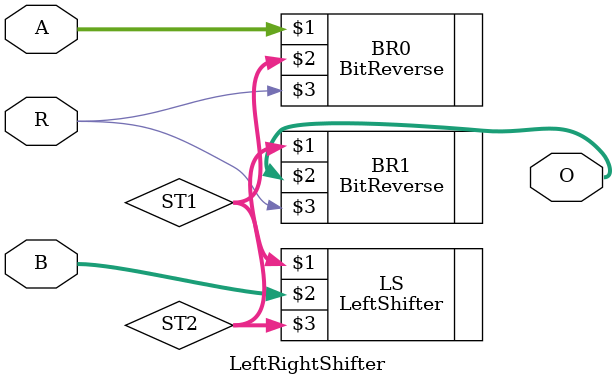
<source format=v>
`timescale 1ns / 1ps
module LeftRightShifter(A,B,O,R);

	input [31:0] A;
	input [4:0] B;
	output [31:0] O;
	input R;
	
	wire [31:0] ST1,ST2;
	BitReverse BR0(A,ST1,R);
	LeftShifter LS(ST1,B,ST2);
	BitReverse BR1(ST2,O,R);

endmodule

</source>
